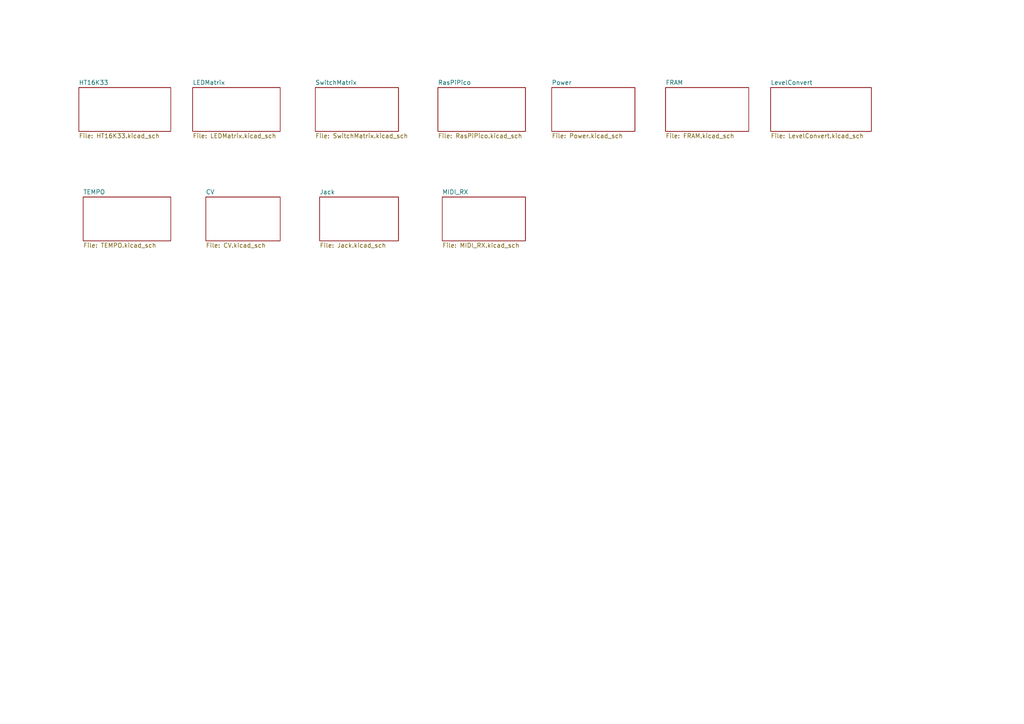
<source format=kicad_sch>
(kicad_sch
	(version 20231120)
	(generator "eeschema")
	(generator_version "8.0")
	(uuid "2a3172f4-85fe-4c47-84d4-31ed69e3089f")
	(paper "A4")
	(lib_symbols)
	(sheet
		(at 22.86 25.4)
		(size 26.67 12.7)
		(fields_autoplaced yes)
		(stroke
			(width 0.1524)
			(type solid)
		)
		(fill
			(color 0 0 0 0.0000)
		)
		(uuid "0f41c895-bbae-45c5-8d85-4d55f742d597")
		(property "Sheetname" "HT16K33"
			(at 22.86 24.6884 0)
			(effects
				(font
					(size 1.27 1.27)
				)
				(justify left bottom)
			)
		)
		(property "Sheetfile" "HT16K33.kicad_sch"
			(at 22.86 38.6846 0)
			(effects
				(font
					(size 1.27 1.27)
				)
				(justify left top)
			)
		)
		(instances
			(project "HT16K33Panel"
				(path "/2a3172f4-85fe-4c47-84d4-31ed69e3089f"
					(page "2")
				)
			)
		)
	)
	(sheet
		(at 55.88 25.4)
		(size 25.4 12.7)
		(fields_autoplaced yes)
		(stroke
			(width 0.1524)
			(type solid)
		)
		(fill
			(color 0 0 0 0.0000)
		)
		(uuid "223877be-349d-4a96-9b8e-69982b6691ab")
		(property "Sheetname" "LEDMatrix"
			(at 55.88 24.6884 0)
			(effects
				(font
					(size 1.27 1.27)
				)
				(justify left bottom)
			)
		)
		(property "Sheetfile" "LEDMatrix.kicad_sch"
			(at 55.88 38.6846 0)
			(effects
				(font
					(size 1.27 1.27)
				)
				(justify left top)
			)
		)
		(instances
			(project "HT16K33Panel"
				(path "/2a3172f4-85fe-4c47-84d4-31ed69e3089f"
					(page "3")
				)
			)
		)
	)
	(sheet
		(at 127 25.4)
		(size 25.4 12.7)
		(fields_autoplaced yes)
		(stroke
			(width 0.1524)
			(type solid)
		)
		(fill
			(color 0 0 0 0.0000)
		)
		(uuid "278c9357-6348-43c5-882f-deffbfcdadb9")
		(property "Sheetname" "RasPiPico"
			(at 127 24.6884 0)
			(effects
				(font
					(size 1.27 1.27)
				)
				(justify left bottom)
			)
		)
		(property "Sheetfile" "RasPiPico.kicad_sch"
			(at 127 38.6846 0)
			(effects
				(font
					(size 1.27 1.27)
				)
				(justify left top)
			)
		)
		(instances
			(project "HT16K33Panel"
				(path "/2a3172f4-85fe-4c47-84d4-31ed69e3089f"
					(page "5")
				)
			)
		)
	)
	(sheet
		(at 24.13 57.15)
		(size 25.4 12.7)
		(fields_autoplaced yes)
		(stroke
			(width 0.1524)
			(type solid)
		)
		(fill
			(color 0 0 0 0.0000)
		)
		(uuid "2e63481c-c245-4bea-8108-461dad082917")
		(property "Sheetname" "TEMPO"
			(at 24.13 56.4384 0)
			(effects
				(font
					(size 1.27 1.27)
				)
				(justify left bottom)
			)
		)
		(property "Sheetfile" "TEMPO.kicad_sch"
			(at 24.13 70.4346 0)
			(effects
				(font
					(size 1.27 1.27)
				)
				(justify left top)
			)
		)
		(instances
			(project "HT16K33Panel"
				(path "/2a3172f4-85fe-4c47-84d4-31ed69e3089f"
					(page "9")
				)
			)
		)
	)
	(sheet
		(at 223.52 25.4)
		(size 29.21 12.7)
		(fields_autoplaced yes)
		(stroke
			(width 0.1524)
			(type solid)
		)
		(fill
			(color 0 0 0 0.0000)
		)
		(uuid "76aea9e9-e15e-44da-a250-96783d5973d5")
		(property "Sheetname" "LevelConvert"
			(at 223.52 24.6884 0)
			(effects
				(font
					(size 1.27 1.27)
				)
				(justify left bottom)
			)
		)
		(property "Sheetfile" "LevelConvert.kicad_sch"
			(at 223.52 38.6846 0)
			(effects
				(font
					(size 1.27 1.27)
				)
				(justify left top)
			)
		)
		(instances
			(project "HT16K33Panel"
				(path "/2a3172f4-85fe-4c47-84d4-31ed69e3089f"
					(page "8")
				)
			)
		)
	)
	(sheet
		(at 160.02 25.4)
		(size 24.13 12.7)
		(fields_autoplaced yes)
		(stroke
			(width 0.1524)
			(type solid)
		)
		(fill
			(color 0 0 0 0.0000)
		)
		(uuid "90303121-4348-4bf8-ada4-62b343a95dee")
		(property "Sheetname" "Power"
			(at 160.02 24.6884 0)
			(effects
				(font
					(size 1.27 1.27)
				)
				(justify left bottom)
			)
		)
		(property "Sheetfile" "Power.kicad_sch"
			(at 160.02 38.6846 0)
			(effects
				(font
					(size 1.27 1.27)
				)
				(justify left top)
			)
		)
		(instances
			(project "HT16K33Panel"
				(path "/2a3172f4-85fe-4c47-84d4-31ed69e3089f"
					(page "6")
				)
			)
		)
	)
	(sheet
		(at 92.71 57.15)
		(size 22.86 12.7)
		(fields_autoplaced yes)
		(stroke
			(width 0.1524)
			(type solid)
		)
		(fill
			(color 0 0 0 0.0000)
		)
		(uuid "915106b7-5e51-48ed-8b94-ebc2b82bf0e3")
		(property "Sheetname" "Jack"
			(at 92.71 56.4384 0)
			(effects
				(font
					(size 1.27 1.27)
				)
				(justify left bottom)
			)
		)
		(property "Sheetfile" "Jack.kicad_sch"
			(at 92.71 70.4346 0)
			(effects
				(font
					(size 1.27 1.27)
				)
				(justify left top)
			)
		)
		(instances
			(project "HT16K33Panel"
				(path "/2a3172f4-85fe-4c47-84d4-31ed69e3089f"
					(page "11")
				)
			)
		)
	)
	(sheet
		(at 91.44 25.4)
		(size 24.13 12.7)
		(fields_autoplaced yes)
		(stroke
			(width 0.1524)
			(type solid)
		)
		(fill
			(color 0 0 0 0.0000)
		)
		(uuid "a63b7c65-5d3c-44f6-ba1b-5f456467aebd")
		(property "Sheetname" "SwitchMatrix"
			(at 91.44 24.6884 0)
			(effects
				(font
					(size 1.27 1.27)
				)
				(justify left bottom)
			)
		)
		(property "Sheetfile" "SwitchMatrix.kicad_sch"
			(at 91.44 38.6846 0)
			(effects
				(font
					(size 1.27 1.27)
				)
				(justify left top)
			)
		)
		(instances
			(project "HT16K33Panel"
				(path "/2a3172f4-85fe-4c47-84d4-31ed69e3089f"
					(page "4")
				)
			)
		)
	)
	(sheet
		(at 128.27 57.15)
		(size 24.13 12.7)
		(fields_autoplaced yes)
		(stroke
			(width 0.1524)
			(type solid)
		)
		(fill
			(color 0 0 0 0.0000)
		)
		(uuid "ad3f0fe7-388c-46eb-bb44-84ca4c391ecf")
		(property "Sheetname" "MIDI_RX"
			(at 128.27 56.4384 0)
			(effects
				(font
					(size 1.27 1.27)
				)
				(justify left bottom)
			)
		)
		(property "Sheetfile" "MIDI_RX.kicad_sch"
			(at 128.27 70.4346 0)
			(effects
				(font
					(size 1.27 1.27)
				)
				(justify left top)
			)
		)
		(instances
			(project "HT16K33Panel"
				(path "/2a3172f4-85fe-4c47-84d4-31ed69e3089f"
					(page "12")
				)
			)
		)
	)
	(sheet
		(at 193.04 25.4)
		(size 24.13 12.7)
		(fields_autoplaced yes)
		(stroke
			(width 0.1524)
			(type solid)
		)
		(fill
			(color 0 0 0 0.0000)
		)
		(uuid "afefba07-db52-4715-95dd-56c2bf952910")
		(property "Sheetname" "FRAM"
			(at 193.04 24.6884 0)
			(effects
				(font
					(size 1.27 1.27)
				)
				(justify left bottom)
			)
		)
		(property "Sheetfile" "FRAM.kicad_sch"
			(at 193.04 38.6846 0)
			(effects
				(font
					(size 1.27 1.27)
				)
				(justify left top)
			)
		)
		(instances
			(project "HT16K33Panel"
				(path "/2a3172f4-85fe-4c47-84d4-31ed69e3089f"
					(page "7")
				)
			)
		)
	)
	(sheet
		(at 59.69 57.15)
		(size 21.59 12.7)
		(fields_autoplaced yes)
		(stroke
			(width 0.1524)
			(type solid)
		)
		(fill
			(color 0 0 0 0.0000)
		)
		(uuid "f3b5231d-35fc-4efc-955c-6e28240d5ff2")
		(property "Sheetname" "CV"
			(at 59.69 56.4384 0)
			(effects
				(font
					(size 1.27 1.27)
				)
				(justify left bottom)
			)
		)
		(property "Sheetfile" "CV.kicad_sch"
			(at 59.69 70.4346 0)
			(effects
				(font
					(size 1.27 1.27)
				)
				(justify left top)
			)
		)
		(instances
			(project "HT16K33Panel"
				(path "/2a3172f4-85fe-4c47-84d4-31ed69e3089f"
					(page "10")
				)
			)
		)
	)
	(sheet_instances
		(path "/"
			(page "1")
		)
	)
)

</source>
